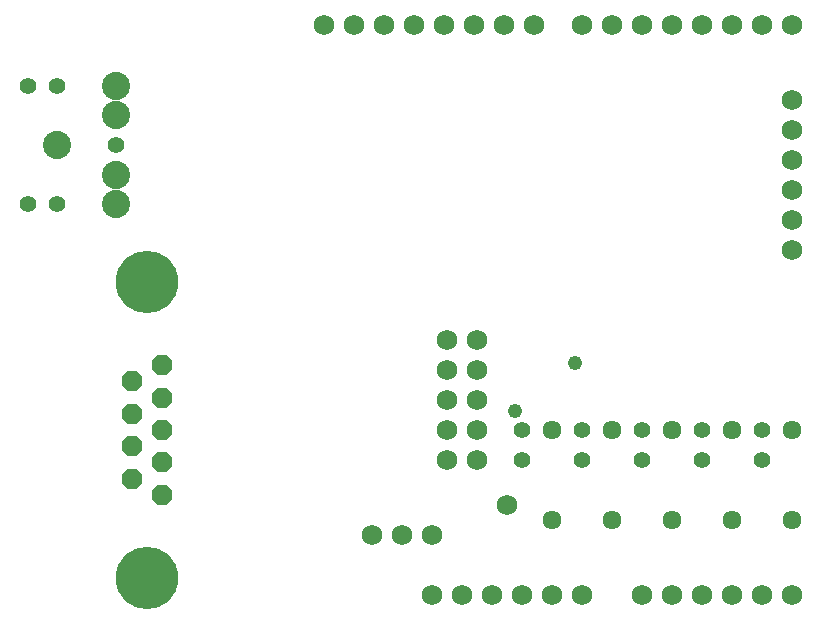
<source format=gts>
G75*
G70*
%OFA0B0*%
%FSLAX24Y24*%
%IPPOS*%
%LPD*%
%AMOC8*
5,1,8,0,0,1.08239X$1,22.5*
%
%ADD10OC8,0.0680*%
%ADD11C,0.2080*%
%ADD12C,0.0680*%
%ADD13C,0.0556*%
%ADD14C,0.0634*%
%ADD15C,0.0552*%
%ADD16C,0.0940*%
%ADD17C,0.0480*%
D10*
X006699Y005438D03*
X007699Y004898D03*
X007699Y005978D03*
X006699Y006518D03*
X007699Y007058D03*
X006699Y007598D03*
X007699Y008138D03*
X006699Y008678D03*
X007699Y009218D03*
D11*
X007199Y002128D03*
X007199Y011988D03*
D12*
X017199Y010058D03*
X018199Y010058D03*
X018199Y009058D03*
X017199Y009058D03*
X017199Y008058D03*
X018199Y008058D03*
X018199Y007058D03*
X017199Y007058D03*
X017199Y006058D03*
X018199Y006058D03*
X019199Y004558D03*
X016699Y003558D03*
X015699Y003558D03*
X014699Y003558D03*
X016699Y001558D03*
X017699Y001558D03*
X018699Y001558D03*
X019699Y001558D03*
X020699Y001558D03*
X021699Y001558D03*
X023699Y001558D03*
X024699Y001558D03*
X025699Y001558D03*
X026699Y001558D03*
X027699Y001558D03*
X028699Y001558D03*
X028699Y013058D03*
X028699Y014058D03*
X028699Y015058D03*
X028699Y016058D03*
X028699Y017058D03*
X028699Y018058D03*
X028699Y020558D03*
X027699Y020558D03*
X026699Y020558D03*
X025699Y020558D03*
X024699Y020558D03*
X023699Y020558D03*
X022699Y020558D03*
X021699Y020558D03*
X020099Y020558D03*
X019099Y020558D03*
X018099Y020558D03*
X017099Y020558D03*
X016099Y020558D03*
X015099Y020558D03*
X014099Y020558D03*
X013099Y020558D03*
D13*
X019699Y007058D03*
X019699Y006058D03*
X021699Y006058D03*
X021699Y007058D03*
X023699Y007058D03*
X023699Y006058D03*
X025699Y006058D03*
X025699Y007058D03*
X027699Y007058D03*
X027699Y006058D03*
D14*
X028699Y007058D03*
X026699Y007058D03*
X024699Y007058D03*
X022699Y007058D03*
X020699Y007058D03*
X020699Y004058D03*
X022699Y004058D03*
X024699Y004058D03*
X026699Y004058D03*
X028699Y004058D03*
D15*
X006167Y016558D03*
X004199Y014590D03*
X003215Y014590D03*
X003215Y018527D03*
X004199Y018527D03*
D16*
X006167Y018527D03*
X006167Y017543D03*
X004199Y016558D03*
X006167Y015574D03*
X006167Y014590D03*
D17*
X019459Y007698D03*
X021439Y009278D03*
M02*

</source>
